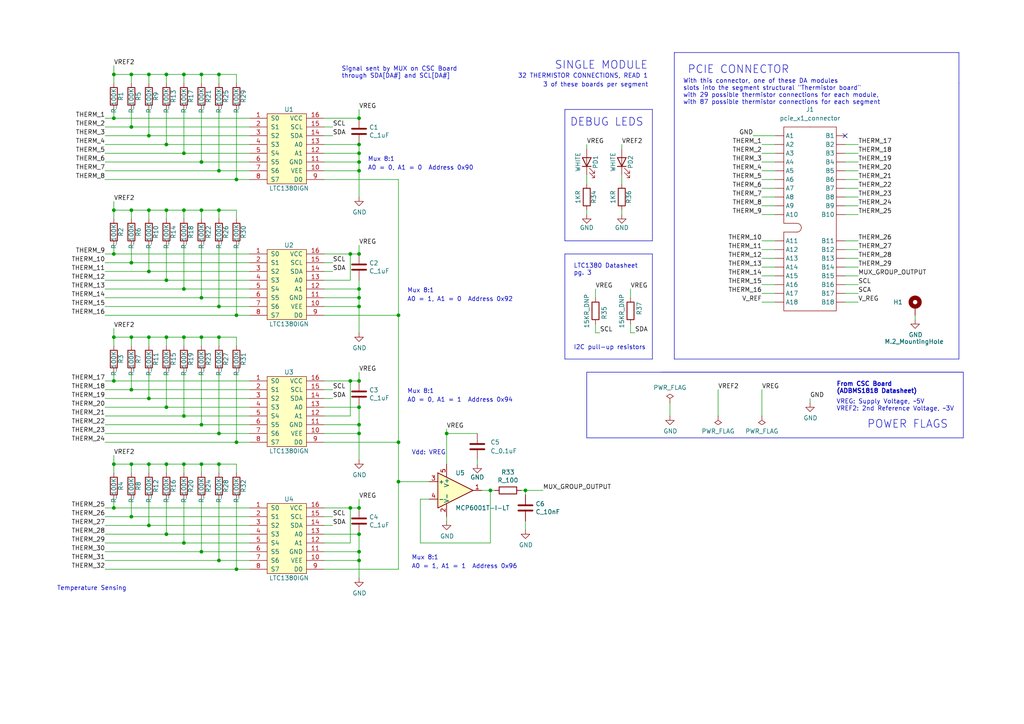
<source format=kicad_sch>
(kicad_sch (version 20230121) (generator eeschema)
  (paper "A4")
  (junction (at 43.18 60.96))
  (junction (at 38.1 21.59))
  (junction (at 104.14 123.19))
  (junction (at 104.14 73.66))
  (junction (at 53.34 21.59))
  (junction (at 33.02 60.96))
  (junction (at 101.6 110.49))
  (junction (at 104.14 147.32))
  (junction (at 38.1 60.96))
  (junction (at 48.26 21.59))
  (junction (at 53.34 44.45))
  (junction (at 38.1 149.86))
  (junction (at 104.14 83.82))
  (junction (at 115.57 139.7))
  (junction (at 104.14 34.29))
  (junction (at 63.5 125.73))
  (junction (at 58.42 123.19))
  (junction (at 43.18 39.37))
  (junction (at 43.18 134.62))
  (junction (at 63.5 60.96))
  (junction (at 63.5 134.62))
  (junction (at 48.26 154.94))
  (junction (at 63.5 49.53))
  (junction (at 58.42 21.59))
  (junction (at 104.14 118.11))
  (junction (at 104.14 125.73))
  (junction (at 63.5 88.9))
  (junction (at 33.02 110.49))
  (junction (at 48.26 81.28))
  (junction (at 104.14 41.91))
  (junction (at 115.57 91.44))
  (junction (at 43.18 21.59))
  (junction (at 38.1 76.2))
  (junction (at 53.34 83.82))
  (junction (at 63.5 162.56))
  (junction (at 104.14 88.9))
  (junction (at 104.14 110.49))
  (junction (at 104.14 86.36))
  (junction (at 33.02 134.62))
  (junction (at 38.1 97.79))
  (junction (at 104.14 44.45))
  (junction (at 63.5 21.59))
  (junction (at 101.6 73.66))
  (junction (at 68.58 91.44))
  (junction (at 58.42 46.99))
  (junction (at 48.26 118.11))
  (junction (at 33.02 73.66))
  (junction (at 104.14 160.02))
  (junction (at 142.24 142.24))
  (junction (at 38.1 134.62))
  (junction (at 48.26 41.91))
  (junction (at 104.14 154.94))
  (junction (at 33.02 97.79))
  (junction (at 58.42 86.36))
  (junction (at 129.54 125.73))
  (junction (at 104.14 162.56))
  (junction (at 68.58 128.27))
  (junction (at 33.02 21.59))
  (junction (at 58.42 60.96))
  (junction (at 152.4 142.24))
  (junction (at 53.34 97.79))
  (junction (at 53.34 60.96))
  (junction (at 53.34 157.48))
  (junction (at 33.02 34.29))
  (junction (at 68.58 52.07))
  (junction (at 58.42 134.62))
  (junction (at 38.1 113.03))
  (junction (at 53.34 120.65))
  (junction (at 58.42 97.79))
  (junction (at 68.58 165.1))
  (junction (at 53.34 134.62))
  (junction (at 43.18 97.79))
  (junction (at 104.14 46.99))
  (junction (at 43.18 115.57))
  (junction (at 43.18 78.74))
  (junction (at 48.26 97.79))
  (junction (at 115.57 128.27))
  (junction (at 58.42 160.02))
  (junction (at 48.26 60.96))
  (junction (at 38.1 36.83))
  (junction (at 48.26 134.62))
  (junction (at 43.18 152.4))
  (junction (at 63.5 97.79))
  (junction (at 101.6 147.32))
  (junction (at 33.02 147.32))
  (junction (at 104.14 49.53))
  (no_connect (at 245.11 39.37))
  (wire (pts (xy 33.02 34.29) (xy 72.39 34.29)))
  (wire (pts (xy 30.48 86.36) (xy 58.42 86.36)))
  (wire (pts (xy 220.98 80.01) (xy 224.79 80.01)))
  (wire (pts (xy 38.1 149.86) (xy 72.39 149.86)))
  (wire (pts (xy 38.1 60.96) (xy 33.02 60.96)))
  (wire (pts (xy 33.02 110.49) (xy 72.39 110.49)))
  (wire (pts (xy 43.18 115.57) (xy 30.48 115.57)))
  (wire (pts (xy 48.26 41.91) (xy 72.39 41.91)))
  (wire (pts (xy 93.98 83.82) (xy 104.14 83.82)))
  (wire (pts (xy 93.98 162.56) (xy 104.14 162.56)))
  (wire (pts (xy 38.1 36.83) (xy 72.39 36.83)))
  (wire (pts (xy 93.98 34.29) (xy 104.14 34.29)))
  (wire (pts (xy 43.18 60.96) (xy 43.18 63.5)))
  (wire (pts (xy 48.26 71.12) (xy 48.26 81.28)))
  (wire (pts (xy 43.18 107.95) (xy 43.18 115.57)))
  (wire (pts (xy 104.14 162.56) (xy 104.14 167.64)))
  (wire (pts (xy 30.48 123.19) (xy 58.42 123.19)))
  (polyline (pts (xy 195.58 15.24) (xy 278.13 15.24)))
  (wire (pts (xy 93.98 46.99) (xy 104.14 46.99)))
  (wire (pts (xy 58.42 97.79) (xy 53.34 97.79)))
  (wire (pts (xy 68.58 134.62) (xy 63.5 134.62)))
  (polyline (pts (xy 170.18 107.95) (xy 279.4 107.95)))
  (wire (pts (xy 30.48 46.99) (xy 58.42 46.99)))
  (wire (pts (xy 172.72 93.98) (xy 172.72 96.52)))
  (wire (pts (xy 104.14 83.82) (xy 104.14 86.36)))
  (wire (pts (xy 38.1 97.79) (xy 33.02 97.79)))
  (wire (pts (xy 93.98 157.48) (xy 101.6 157.48)))
  (wire (pts (xy 43.18 31.75) (xy 43.18 39.37)))
  (wire (pts (xy 53.34 157.48) (xy 30.48 157.48)))
  (wire (pts (xy 38.1 134.62) (xy 33.02 134.62)))
  (wire (pts (xy 53.34 107.95) (xy 53.34 120.65)))
  (wire (pts (xy 93.98 49.53) (xy 104.14 49.53)))
  (wire (pts (xy 30.48 81.28) (xy 48.26 81.28)))
  (wire (pts (xy 48.26 60.96) (xy 43.18 60.96)))
  (wire (pts (xy 58.42 160.02) (xy 72.39 160.02)))
  (wire (pts (xy 68.58 91.44) (xy 72.39 91.44)))
  (wire (pts (xy 38.1 134.62) (xy 38.1 137.16)))
  (wire (pts (xy 93.98 110.49) (xy 101.6 110.49)))
  (wire (pts (xy 93.98 120.65) (xy 101.6 120.65)))
  (wire (pts (xy 48.26 144.78) (xy 48.26 154.94)))
  (wire (pts (xy 104.14 49.53) (xy 104.14 57.15)))
  (wire (pts (xy 43.18 144.78) (xy 43.18 152.4)))
  (wire (pts (xy 63.5 162.56) (xy 30.48 162.56)))
  (wire (pts (xy 53.34 21.59) (xy 53.34 24.13)))
  (wire (pts (xy 33.02 107.95) (xy 33.02 110.49)))
  (wire (pts (xy 248.92 52.07) (xy 245.11 52.07)))
  (wire (pts (xy 53.34 97.79) (xy 53.34 100.33)))
  (wire (pts (xy 96.52 78.74) (xy 93.98 78.74)))
  (wire (pts (xy 68.58 24.13) (xy 68.58 21.59)))
  (wire (pts (xy 33.02 97.79) (xy 33.02 100.33)))
  (wire (pts (xy 220.98 41.91) (xy 224.79 41.91)))
  (wire (pts (xy 104.14 44.45) (xy 104.14 46.99)))
  (wire (pts (xy 172.72 83.82) (xy 172.72 86.36)))
  (wire (pts (xy 220.98 85.09) (xy 224.79 85.09)))
  (wire (pts (xy 68.58 52.07) (xy 72.39 52.07)))
  (wire (pts (xy 63.5 107.95) (xy 63.5 125.73)))
  (wire (pts (xy 96.52 39.37) (xy 93.98 39.37)))
  (wire (pts (xy 63.5 134.62) (xy 63.5 137.16)))
  (wire (pts (xy 104.14 86.36) (xy 104.14 88.9)))
  (wire (pts (xy 43.18 97.79) (xy 43.18 100.33)))
  (polyline (pts (xy 278.13 24.13) (xy 278.13 104.14)))
  (wire (pts (xy 93.98 88.9) (xy 104.14 88.9)))
  (wire (pts (xy 234.95 115.57) (xy 234.95 116.84)))
  (wire (pts (xy 93.98 36.83) (xy 96.52 36.83)))
  (polyline (pts (xy 279.4 107.95) (xy 191.77 107.95)))
  (wire (pts (xy 33.02 60.96) (xy 33.02 63.5)))
  (wire (pts (xy 38.1 107.95) (xy 38.1 113.03)))
  (wire (pts (xy 124.46 139.7) (xy 115.57 139.7)))
  (wire (pts (xy 33.02 73.66) (xy 72.39 73.66)))
  (wire (pts (xy 72.39 125.73) (xy 63.5 125.73)))
  (wire (pts (xy 30.48 147.32) (xy 33.02 147.32)))
  (wire (pts (xy 53.34 83.82) (xy 72.39 83.82)))
  (wire (pts (xy 63.5 134.62) (xy 58.42 134.62)))
  (polyline (pts (xy 278.13 104.14) (xy 195.58 104.14)))
  (wire (pts (xy 43.18 60.96) (xy 38.1 60.96)))
  (wire (pts (xy 152.4 151.13) (xy 152.4 153.67)))
  (wire (pts (xy 48.26 21.59) (xy 43.18 21.59)))
  (wire (pts (xy 104.14 88.9) (xy 104.14 96.52)))
  (wire (pts (xy 104.14 118.11) (xy 104.14 123.19)))
  (wire (pts (xy 68.58 21.59) (xy 63.5 21.59)))
  (polyline (pts (xy 170.18 107.95) (xy 170.18 127)))
  (wire (pts (xy 121.92 144.78) (xy 121.92 157.48)))
  (wire (pts (xy 220.98 44.45) (xy 224.79 44.45)))
  (wire (pts (xy 68.58 100.33) (xy 68.58 97.79)))
  (wire (pts (xy 38.1 71.12) (xy 38.1 76.2)))
  (wire (pts (xy 68.58 137.16) (xy 68.58 134.62)))
  (wire (pts (xy 58.42 46.99) (xy 72.39 46.99)))
  (wire (pts (xy 151.13 142.24) (xy 152.4 142.24)))
  (wire (pts (xy 58.42 86.36) (xy 72.39 86.36)))
  (wire (pts (xy 129.54 124.46) (xy 129.54 125.73)))
  (wire (pts (xy 58.42 71.12) (xy 58.42 86.36)))
  (wire (pts (xy 30.48 76.2) (xy 38.1 76.2)))
  (wire (pts (xy 68.58 71.12) (xy 68.58 91.44)))
  (wire (pts (xy 93.98 52.07) (xy 115.57 52.07)))
  (polyline (pts (xy 163.83 31.75) (xy 189.23 31.75)))
  (wire (pts (xy 38.1 21.59) (xy 33.02 21.59)))
  (polyline (pts (xy 163.83 31.75) (xy 163.83 69.85)))
  (wire (pts (xy 93.98 44.45) (xy 104.14 44.45)))
  (wire (pts (xy 38.1 76.2) (xy 72.39 76.2)))
  (wire (pts (xy 68.58 107.95) (xy 68.58 128.27)))
  (wire (pts (xy 104.14 71.12) (xy 104.14 73.66)))
  (wire (pts (xy 63.5 31.75) (xy 63.5 49.53)))
  (wire (pts (xy 93.98 149.86) (xy 96.52 149.86)))
  (wire (pts (xy 104.14 107.95) (xy 104.14 110.49)))
  (wire (pts (xy 68.58 97.79) (xy 63.5 97.79)))
  (wire (pts (xy 248.92 80.01) (xy 245.11 80.01)))
  (wire (pts (xy 48.26 134.62) (xy 43.18 134.62)))
  (wire (pts (xy 48.26 97.79) (xy 43.18 97.79)))
  (wire (pts (xy 58.42 134.62) (xy 58.42 137.16)))
  (wire (pts (xy 53.34 144.78) (xy 53.34 157.48)))
  (wire (pts (xy 248.92 72.39) (xy 245.11 72.39)))
  (wire (pts (xy 115.57 128.27) (xy 115.57 139.7)))
  (wire (pts (xy 220.98 52.07) (xy 224.79 52.07)))
  (wire (pts (xy 53.34 120.65) (xy 72.39 120.65)))
  (polyline (pts (xy 279.4 107.95) (xy 279.4 127)))
  (wire (pts (xy 72.39 78.74) (xy 43.18 78.74)))
  (wire (pts (xy 220.98 74.93) (xy 224.79 74.93)))
  (polyline (pts (xy 163.83 104.14) (xy 189.23 104.14)))
  (wire (pts (xy 53.34 21.59) (xy 48.26 21.59)))
  (wire (pts (xy 43.18 21.59) (xy 38.1 21.59)))
  (wire (pts (xy 63.5 21.59) (xy 63.5 24.13)))
  (wire (pts (xy 30.48 52.07) (xy 68.58 52.07)))
  (wire (pts (xy 220.98 57.15) (xy 224.79 57.15)))
  (wire (pts (xy 38.1 31.75) (xy 38.1 36.83)))
  (wire (pts (xy 30.48 34.29) (xy 33.02 34.29)))
  (wire (pts (xy 68.58 144.78) (xy 68.58 165.1)))
  (wire (pts (xy 30.48 41.91) (xy 48.26 41.91)))
  (wire (pts (xy 93.98 125.73) (xy 104.14 125.73)))
  (wire (pts (xy 220.98 62.23) (xy 224.79 62.23)))
  (wire (pts (xy 48.26 107.95) (xy 48.26 118.11)))
  (wire (pts (xy 152.4 142.24) (xy 152.4 143.51)))
  (wire (pts (xy 115.57 91.44) (xy 115.57 128.27)))
  (polyline (pts (xy 163.83 73.66) (xy 189.23 73.66)))
  (polyline (pts (xy 278.13 15.24) (xy 278.13 24.13)))
  (wire (pts (xy 72.39 115.57) (xy 43.18 115.57)))
  (wire (pts (xy 93.98 91.44) (xy 115.57 91.44)))
  (wire (pts (xy 30.48 91.44) (xy 68.58 91.44)))
  (wire (pts (xy 93.98 160.02) (xy 104.14 160.02)))
  (wire (pts (xy 72.39 39.37) (xy 43.18 39.37)))
  (wire (pts (xy 68.58 63.5) (xy 68.58 60.96)))
  (wire (pts (xy 142.24 157.48) (xy 142.24 142.24)))
  (wire (pts (xy 248.92 62.23) (xy 245.11 62.23)))
  (wire (pts (xy 248.92 59.69) (xy 245.11 59.69)))
  (wire (pts (xy 43.18 21.59) (xy 43.18 24.13)))
  (wire (pts (xy 96.52 115.57) (xy 93.98 115.57)))
  (wire (pts (xy 248.92 44.45) (xy 245.11 44.45)))
  (wire (pts (xy 33.02 144.78) (xy 33.02 147.32)))
  (wire (pts (xy 248.92 57.15) (xy 245.11 57.15)))
  (wire (pts (xy 129.54 149.86) (xy 129.54 151.13)))
  (wire (pts (xy 53.34 134.62) (xy 53.34 137.16)))
  (wire (pts (xy 30.48 165.1) (xy 68.58 165.1)))
  (wire (pts (xy 101.6 73.66) (xy 104.14 73.66)))
  (wire (pts (xy 194.31 116.84) (xy 194.31 120.65)))
  (wire (pts (xy 33.02 134.62) (xy 33.02 137.16)))
  (wire (pts (xy 104.14 46.99) (xy 104.14 49.53)))
  (wire (pts (xy 30.48 118.11) (xy 48.26 118.11)))
  (wire (pts (xy 53.34 44.45) (xy 30.48 44.45)))
  (wire (pts (xy 248.92 49.53) (xy 245.11 49.53)))
  (wire (pts (xy 68.58 128.27) (xy 72.39 128.27)))
  (wire (pts (xy 248.92 69.85) (xy 245.11 69.85)))
  (wire (pts (xy 63.5 60.96) (xy 63.5 63.5)))
  (wire (pts (xy 104.14 81.28) (xy 104.14 83.82)))
  (wire (pts (xy 104.14 125.73) (xy 104.14 133.35)))
  (wire (pts (xy 63.5 97.79) (xy 63.5 100.33)))
  (wire (pts (xy 101.6 73.66) (xy 101.6 81.28)))
  (wire (pts (xy 30.48 160.02) (xy 58.42 160.02)))
  (wire (pts (xy 58.42 123.19) (xy 72.39 123.19)))
  (wire (pts (xy 72.39 88.9) (xy 63.5 88.9)))
  (wire (pts (xy 142.24 142.24) (xy 139.7 142.24)))
  (wire (pts (xy 170.18 50.8) (xy 170.18 53.34)))
  (wire (pts (xy 58.42 97.79) (xy 58.42 100.33)))
  (wire (pts (xy 33.02 58.42) (xy 33.02 60.96)))
  (wire (pts (xy 33.02 21.59) (xy 33.02 24.13)))
  (wire (pts (xy 104.14 31.75) (xy 104.14 34.29)))
  (wire (pts (xy 101.6 81.28) (xy 93.98 81.28)))
  (wire (pts (xy 129.54 125.73) (xy 138.43 125.73)))
  (wire (pts (xy 104.14 41.91) (xy 93.98 41.91)))
  (wire (pts (xy 182.88 96.52) (xy 184.15 96.52)))
  (wire (pts (xy 93.98 73.66) (xy 101.6 73.66)))
  (wire (pts (xy 96.52 152.4) (xy 93.98 152.4)))
  (wire (pts (xy 43.18 134.62) (xy 43.18 137.16)))
  (wire (pts (xy 53.34 120.65) (xy 30.48 120.65)))
  (wire (pts (xy 208.28 120.65) (xy 208.28 113.03)))
  (wire (pts (xy 248.92 77.47) (xy 245.11 77.47)))
  (wire (pts (xy 248.92 87.63) (xy 245.11 87.63)))
  (wire (pts (xy 104.14 154.94) (xy 104.14 160.02)))
  (polyline (pts (xy 189.23 69.85) (xy 189.23 31.75)))
  (wire (pts (xy 53.34 31.75) (xy 53.34 44.45)))
  (wire (pts (xy 121.92 157.48) (xy 142.24 157.48)))
  (wire (pts (xy 248.92 85.09) (xy 245.11 85.09)))
  (wire (pts (xy 180.34 60.96) (xy 180.34 62.23)))
  (wire (pts (xy 248.92 54.61) (xy 245.11 54.61)))
  (wire (pts (xy 43.18 39.37) (xy 30.48 39.37)))
  (wire (pts (xy 30.48 73.66) (xy 33.02 73.66)))
  (wire (pts (xy 104.14 144.78) (xy 104.14 147.32)))
  (wire (pts (xy 38.1 144.78) (xy 38.1 149.86)))
  (wire (pts (xy 53.34 60.96) (xy 53.34 63.5)))
  (wire (pts (xy 53.34 97.79) (xy 48.26 97.79)))
  (wire (pts (xy 220.98 46.99) (xy 224.79 46.99)))
  (wire (pts (xy 173.99 96.52) (xy 172.72 96.52)))
  (wire (pts (xy 101.6 147.32) (xy 104.14 147.32)))
  (wire (pts (xy 33.02 147.32) (xy 72.39 147.32)))
  (polyline (pts (xy 163.83 73.66) (xy 163.83 104.14)))
  (wire (pts (xy 93.98 86.36) (xy 104.14 86.36)))
  (wire (pts (xy 182.88 93.98) (xy 182.88 96.52)))
  (wire (pts (xy 157.48 142.24) (xy 152.4 142.24)))
  (wire (pts (xy 101.6 120.65) (xy 101.6 110.49)))
  (wire (pts (xy 48.26 134.62) (xy 48.26 137.16)))
  (wire (pts (xy 138.43 134.62) (xy 138.43 133.35)))
  (wire (pts (xy 58.42 31.75) (xy 58.42 46.99)))
  (wire (pts (xy 220.98 59.69) (xy 224.79 59.69)))
  (wire (pts (xy 33.02 95.25) (xy 33.02 97.79)))
  (wire (pts (xy 101.6 110.49) (xy 104.14 110.49)))
  (wire (pts (xy 58.42 107.95) (xy 58.42 123.19)))
  (wire (pts (xy 58.42 60.96) (xy 58.42 63.5)))
  (wire (pts (xy 93.98 128.27) (xy 115.57 128.27)))
  (wire (pts (xy 72.39 49.53) (xy 63.5 49.53)))
  (polyline (pts (xy 195.58 104.14) (xy 195.58 15.24)))
  (wire (pts (xy 170.18 60.96) (xy 170.18 62.23)))
  (wire (pts (xy 93.98 147.32) (xy 101.6 147.32)))
  (wire (pts (xy 68.58 60.96) (xy 63.5 60.96)))
  (wire (pts (xy 53.34 60.96) (xy 48.26 60.96)))
  (wire (pts (xy 220.98 69.85) (xy 224.79 69.85)))
  (wire (pts (xy 58.42 134.62) (xy 53.34 134.62)))
  (wire (pts (xy 124.46 144.78) (xy 121.92 144.78)))
  (wire (pts (xy 170.18 41.91) (xy 170.18 43.18)))
  (wire (pts (xy 48.26 154.94) (xy 72.39 154.94)))
  (wire (pts (xy 129.54 125.73) (xy 129.54 134.62)))
  (wire (pts (xy 101.6 157.48) (xy 101.6 147.32)))
  (wire (pts (xy 220.98 49.53) (xy 224.79 49.53)))
  (wire (pts (xy 142.24 142.24) (xy 143.51 142.24)))
  (wire (pts (xy 48.26 60.96) (xy 48.26 63.5)))
  (wire (pts (xy 63.5 97.79) (xy 58.42 97.79)))
  (wire (pts (xy 43.18 97.79) (xy 38.1 97.79)))
  (wire (pts (xy 48.26 118.11) (xy 72.39 118.11)))
  (wire (pts (xy 48.26 21.59) (xy 48.26 24.13)))
  (wire (pts (xy 53.34 44.45) (xy 72.39 44.45)))
  (wire (pts (xy 30.48 128.27) (xy 68.58 128.27)))
  (wire (pts (xy 30.48 36.83) (xy 38.1 36.83)))
  (wire (pts (xy 43.18 78.74) (xy 30.48 78.74)))
  (wire (pts (xy 248.92 82.55) (xy 245.11 82.55)))
  (wire (pts (xy 48.26 31.75) (xy 48.26 41.91)))
  (wire (pts (xy 53.34 83.82) (xy 30.48 83.82)))
  (wire (pts (xy 30.48 154.94) (xy 48.26 154.94)))
  (wire (pts (xy 104.14 41.91) (xy 104.14 44.45)))
  (wire (pts (xy 265.43 92.71) (xy 265.43 91.44)))
  (wire (pts (xy 53.34 134.62) (xy 48.26 134.62)))
  (wire (pts (xy 33.02 71.12) (xy 33.02 73.66)))
  (wire (pts (xy 104.14 160.02) (xy 104.14 162.56)))
  (wire (pts (xy 53.34 157.48) (xy 72.39 157.48)))
  (wire (pts (xy 104.14 123.19) (xy 104.14 125.73)))
  (wire (pts (xy 33.02 19.05) (xy 33.02 21.59)))
  (wire (pts (xy 220.98 82.55) (xy 224.79 82.55)))
  (wire (pts (xy 93.98 76.2) (xy 96.52 76.2)))
  (wire (pts (xy 248.92 41.91) (xy 245.11 41.91)))
  (wire (pts (xy 220.98 72.39) (xy 224.79 72.39)))
  (wire (pts (xy 182.88 83.82) (xy 182.88 86.36)))
  (polyline (pts (xy 189.23 104.14) (xy 189.23 73.66)))
  (wire (pts (xy 48.26 81.28) (xy 72.39 81.28)))
  (wire (pts (xy 30.48 113.03) (xy 38.1 113.03)))
  (wire (pts (xy 48.26 97.79) (xy 48.26 100.33)))
  (wire (pts (xy 63.5 49.53) (xy 30.48 49.53)))
  (wire (pts (xy 63.5 125.73) (xy 30.48 125.73)))
  (wire (pts (xy 30.48 149.86) (xy 38.1 149.86)))
  (wire (pts (xy 220.98 87.63) (xy 224.79 87.63)))
  (wire (pts (xy 33.02 132.08) (xy 33.02 134.62)))
  (wire (pts (xy 53.34 71.12) (xy 53.34 83.82)))
  (wire (pts (xy 104.14 154.94) (xy 93.98 154.94)))
  (wire (pts (xy 115.57 139.7) (xy 115.57 165.1)))
  (wire (pts (xy 248.92 46.99) (xy 245.11 46.99)))
  (wire (pts (xy 38.1 60.96) (xy 38.1 63.5)))
  (wire (pts (xy 58.42 21.59) (xy 58.42 24.13)))
  (wire (pts (xy 68.58 31.75) (xy 68.58 52.07)))
  (wire (pts (xy 33.02 31.75) (xy 33.02 34.29)))
  (wire (pts (xy 115.57 52.07) (xy 115.57 91.44)))
  (wire (pts (xy 58.42 144.78) (xy 58.42 160.02)))
  (wire (pts (xy 72.39 162.56) (xy 63.5 162.56)))
  (wire (pts (xy 218.44 39.37) (xy 224.79 39.37)))
  (wire (pts (xy 68.58 165.1) (xy 72.39 165.1)))
  (wire (pts (xy 72.39 152.4) (xy 43.18 152.4)))
  (wire (pts (xy 58.42 60.96) (xy 53.34 60.96)))
  (wire (pts (xy 38.1 21.59) (xy 38.1 24.13)))
  (wire (pts (xy 43.18 71.12) (xy 43.18 78.74)))
  (wire (pts (xy 63.5 71.12) (xy 63.5 88.9)))
  (wire (pts (xy 180.34 41.91) (xy 180.34 43.18)))
  (wire (pts (xy 220.98 54.61) (xy 224.79 54.61)))
  (wire (pts (xy 93.98 113.03) (xy 96.52 113.03)))
  (wire (pts (xy 248.92 74.93) (xy 245.11 74.93)))
  (wire (pts (xy 93.98 165.1) (xy 115.57 165.1)))
  (wire (pts (xy 63.5 144.78) (xy 63.5 162.56)))
  (wire (pts (xy 63.5 21.59) (xy 58.42 21.59)))
  (polyline (pts (xy 279.4 127) (xy 170.18 127)))
  (wire (pts (xy 180.34 50.8) (xy 180.34 53.34)))
  (wire (pts (xy 93.98 123.19) (xy 104.14 123.19)))
  (wire (pts (xy 43.18 134.62) (xy 38.1 134.62)))
  (wire (pts (xy 63.5 88.9) (xy 30.48 88.9)))
  (wire (pts (xy 220.98 77.47) (xy 224.79 77.47)))
  (polyline (pts (xy 163.83 69.85) (xy 189.23 69.85)))
  (wire (pts (xy 104.14 118.11) (xy 93.98 118.11)))
  (wire (pts (xy 43.18 152.4) (xy 30.48 152.4)))
  (wire (pts (xy 38.1 97.79) (xy 38.1 100.33)))
  (wire (pts (xy 220.98 120.65) (xy 220.98 113.03)))
  (wire (pts (xy 58.42 21.59) (xy 53.34 21.59)))
  (wire (pts (xy 63.5 60.96) (xy 58.42 60.96)))
  (wire (pts (xy 30.48 110.49) (xy 33.02 110.49)))
  (wire (pts (xy 38.1 113.03) (xy 72.39 113.03)))
  (text "Mux 8:1" (at 118.11 114.3 0) (effects (font (size 1.27 1.27)) (justify left bottom)))
  (text "From CSC Board\n(ADBMS1818 Datasheet)" (at 242.57 114.3 0) (effects (font (size 1.27 1.27) (thickness 0.254) bold) (justify left bottom)))
  (text "Temperature Sensing" (at 16.51 171.45 0) (effects (font (size 1.27 1.27)) (justify left bottom)))
  (text "DEBUG LEDS" (at 186.69 36.83 0) (effects (font (size 2.2606 2.2606)) (justify right bottom)))
  (text "I2C pull-up resistors" (at 166.37 101.6 0) (effects (font (size 1.27 1.27)) (justify left bottom)))
  (text "Mux 8:1" (at 119.38 162.56 0) (effects (font (size 1.27 1.27)) (justify left bottom)))
  (text "Signal sent by MUX on CSC Board\nthrough SDA[DA#] and SCL[DA#]" (at 99.06 22.86 0) (effects (font (size 1.27 1.27)) (justify left bottom)))
  (text "Mux 8:1" (at 118.11 85.09 0) (effects (font (size 1.27 1.27)) (justify left bottom)))
  (text "VREG: Supply Voltage, ~5V\nVREF2: 2nd Reference Voltage, ~3V" (at 242.57 119.38 0) (effects (font (size 1.27 1.27)) (justify left bottom)))
  (text "LTC1380 Datasheet\npg. 3" (at 166.37 80.01 0) (effects (font (size 1.27 1.27)) (justify left bottom)))
  (text "Vdd: VREG" (at 119.38 132.08 0) (effects (font (size 1.27 1.27)) (justify left bottom)))
  (text "PCIE CONNECTOR" (at 199.39 21.59 0) (effects (font (size 2.2606 2.2606)) (justify left bottom)))
  (text "A0 = 1, A1 = 0  Address 0x92" (at 118.11 87.63 0) (effects (font (size 1.27 1.27)) (justify left bottom)))
  (text "A0 = 1, A1 = 1  Address 0x96" (at 119.38 165.1 0) (effects (font (size 1.27 1.27)) (justify left bottom)))
  (text "3 of these boards per segment" (at 157.48 25.4 0) (effects (font (size 1.27 1.27)) (justify left bottom)))
  (text "SINGLE MODULE" (at 187.96 20.32 0) (effects (font (size 2.2606 2.2606)) (justify right bottom)))
  (text "A0 = 0, A1 = 1  Address 0x94" (at 118.11 116.84 0) (effects (font (size 1.27 1.27)) (justify left bottom)))
  (text "A0 = 0, A1 = 0  Address 0x90" (at 106.68 49.53 0) (effects (font (size 1.27 1.27)) (justify left bottom)))
  (text "Mux 8:1" (at 106.68 46.99 0) (effects (font (size 1.27 1.27)) (justify left bottom)))
  (text "POWER FLAGS\n" (at 251.46 124.46 0) (effects (font (size 2.2606 2.2606)) (justify left bottom)))
  (text "32 THERMISTOR CONNECTIONS, READ 1" (at 187.96 22.86 0) (effects (font (size 1.27 1.27)) (justify right bottom)))
  (text "With this connector, one of these DA modules\nslots into the segment structural \"Thermistor board\"\nwith 29 possible thermistor connections for each module,\nwith 87 possible thermistor connections for each segment" (at 198.12 30.48 0) (effects (font (size 1.27 1.27)) (justify left bottom)))
  (label "VREG" (at 104.14 107.95 0))
  (label "SDA" (at 184.15 96.52 0))
  (label "VREF2" (at 33.02 58.42 0))
  (label "THERM_29" (at 248.92 77.47 0))
  (label "THERM_16" (at 220.98 85.09 180))
  (label "THERM_24" (at 30.48 128.27 180))
  (label "V_REF" (at 220.98 87.63 180))
  (label "THERM_29" (at 30.48 157.48 180))
  (label "THERM_19" (at 248.92 46.99 0))
  (label "GND" (at 218.44 39.37 180))
  (label "VREG" (at 129.54 124.46 0))
  (label "MUX_GROUP_OUTPUT" (at 248.92 80.01 0))
  (label "THERM_21" (at 30.48 120.65 180))
  (label "THERM_28" (at 30.48 154.94 180))
  (label "MUX_GROUP_OUTPUT" (at 157.48 142.24 0))
  (label "THERM_17" (at 30.48 110.49 180))
  (label "SCL" (at 173.99 96.52 0))
  (label "THERM_31" (at 30.48 162.56 180))
  (label "THERM_11" (at 30.48 78.74 180))
  (label "THERM_26" (at 248.92 69.85 0))
  (label "THERM_25" (at 30.48 147.32 180))
  (label "THERM_9" (at 220.98 62.23 180))
  (label "THERM_11" (at 220.98 72.39 180))
  (label "V_REG" (at 248.92 87.63 0))
  (label "THERM_21" (at 248.92 52.07 0))
  (label "THERM_6" (at 30.48 46.99 180))
  (label "THERM_15" (at 220.98 82.55 180))
  (label "THERM_24" (at 248.92 59.69 0))
  (label "THERM_5" (at 220.98 52.07 180))
  (label "THERM_20" (at 30.48 118.11 180))
  (label "VREF2" (at 33.02 95.25 0))
  (label "THERM_13" (at 30.48 83.82 180))
  (label "THERM_18" (at 30.48 113.03 180))
  (label "VREF2" (at 180.34 41.91 0))
  (label "THERM_12" (at 30.48 81.28 180))
  (label "THERM_18" (at 248.92 44.45 0))
  (label "THERM_3" (at 30.48 39.37 180))
  (label "THERM_16" (at 30.48 91.44 180))
  (label "VREG" (at 220.98 113.03 0))
  (label "THERM_2" (at 220.98 44.45 180))
  (label "THERM_32" (at 30.48 165.1 180))
  (label "THERM_26" (at 30.48 149.86 180))
  (label "THERM_23" (at 248.92 57.15 0))
  (label "THERM_1" (at 220.98 41.91 180))
  (label "THERM_27" (at 30.48 152.4 180))
  (label "THERM_9" (at 30.48 73.66 180))
  (label "VREF2" (at 208.28 113.03 0))
  (label "THERM_8" (at 220.98 59.69 180))
  (label "THERM_25" (at 248.92 62.23 0))
  (label "THERM_4" (at 220.98 49.53 180))
  (label "THERM_7" (at 30.48 49.53 180))
  (label "THERM_22" (at 248.92 54.61 0))
  (label "THERM_10" (at 220.98 69.85 180))
  (label "VREG" (at 104.14 71.12 0))
  (label "THERM_14" (at 220.98 80.01 180))
  (label "SCA" (at 248.92 85.09 0))
  (label "VREG" (at 104.14 31.75 0))
  (label "SDA" (at 96.52 152.4 0))
  (label "SCL" (at 248.92 82.55 0))
  (label "SCL" (at 96.52 149.86 0))
  (label "GND" (at 234.95 115.57 0))
  (label "THERM_2" (at 30.48 36.83 180))
  (label "THERM_23" (at 30.48 125.73 180))
  (label "VREG" (at 182.88 83.82 0))
  (label "THERM_28" (at 248.92 74.93 0))
  (label "SDA" (at 96.52 115.57 0))
  (label "THERM_20" (at 248.92 49.53 0))
  (label "VREF2" (at 33.02 19.05 0))
  (label "VREG" (at 170.18 41.91 0))
  (label "VREG" (at 104.14 144.78 0))
  (label "THERM_12" (at 220.98 74.93 180))
  (label "THERM_17" (at 248.92 41.91 0))
  (label "THERM_4" (at 30.48 41.91 180))
  (label "THERM_15" (at 30.48 88.9 180))
  (label "VREF2" (at 33.02 132.08 0))
  (label "VREG" (at 172.72 83.82 0))
  (label "SDA" (at 96.52 39.37 0))
  (label "SDA" (at 96.52 78.74 0))
  (label "THERM_13" (at 220.98 77.47 180))
  (label "THERM_30" (at 30.48 160.02 180))
  (label "THERM_6" (at 220.98 54.61 180))
  (label "THERM_8" (at 30.48 52.07 180))
  (label "THERM_1" (at 30.48 34.29 180))
  (label "THERM_10" (at 30.48 76.2 180))
  (label "THERM_7" (at 220.98 57.15 180))
  (label "THERM_19" (at 30.48 115.57 180))
  (label "SCL" (at 96.52 113.03 0))
  (label "THERM_14" (at 30.48 86.36 180))
  (label "SCL" (at 96.52 36.83 0))
  (label "THERM_22" (at 30.48 123.19 180))
  (label "THERM_3" (at 220.98 46.99 180))
  (label "SCL" (at 96.52 76.2 0))
  (label "THERM_5" (at 30.48 44.45 180))
  (label "THERM_27" (at 248.92 72.39 0))
  (symbol (lib_id "OEM:1KR") (at 170.18 57.15 0) (unit 1)
    (property "Reference" "R34" (at 172.212 57.15 90))
    (property "Value" "1KR" (at 167.64 57.15 90))
    (property "Footprint" "OEM:R_0603" (effects hide))
    (property "Datasheet" "${OEM_DIR}/parts/datasheets/stackpole_RMCF_RMCP.pdf" (effects hide))
    (property "MFN" "Stackpole Electronics" (effects hide))
    (property "MPN" "RMCF0603FT1K00" (effects hide))
    (property "DKPN" "RMCF0603FT1K00TR-ND" (effects hide))
    (property "NewDesigns" "YES" (effects hide))
    (property "Stocked" "Reel" (effects hide))
    (property "Package" "0603" (effects hide))
    (property "Style" "SMD" (effects hide))
  )
  (symbol (lib_name "100KR_3") (lib_id "OEM:100KR") (at 68.58 140.97 0) (unit 1)
    (property "Reference" "R32" (at 70.612 140.97 90))
    (property "Value" "R_100K" (at 68.58 142.24 90))
    (property "Footprint" "OEM:R_0603" (effects hide))
    (property "Datasheet" "${OEM_DIR}/parts/datasheets/stackpole_RMCF_RMCP.pdf" (effects hide))
    (property "MFN" "Stackpole Electronics" (effects hide))
    (property "MPN" "RMCF0603FT100K" (effects hide))
    (property "DKPN" "RMCF0603FT100KTR-ND" (effects hide))
    (property "NewDesigns" "YES" (effects hide))
    (property "Stocked" "Reel" (effects hide))
    (property "Package" "0603" (effects hide))
    (property "Style" "SMD" (effects hide))
  )
  (symbol (lib_id "OEM:1KR") (at 180.34 57.15 0) (unit 1)
    (property "Reference" "R36" (at 182.372 57.15 90))
    (property "Value" "1KR" (at 177.8 57.15 90))
    (property "Footprint" "OEM:R_0603" (effects hide))
    (property "Datasheet" "${OEM_DIR}/parts/datasheets/stackpole_RMCF_RMCP.pdf" (effects hide))
    (property "MFN" "Stackpole Electronics" (effects hide))
    (property "MPN" "RMCF0603FT1K00" (effects hide))
    (property "DKPN" "RMCF0603FT1K00TR-ND" (effects hide))
    (property "NewDesigns" "YES" (effects hide))
    (property "Stocked" "Reel" (effects hide))
    (property "Package" "0603" (effects hide))
    (property "Style" "SMD" (effects hide))
  )
  (symbol (lib_id "power:GND") (at 104.14 96.52 0) (unit 1)
    (property "Reference" "#PWR03" (effects hide))
    (property "Value" "GND" (at 104.267 100.9142 0))
  )
  (symbol (lib_id "OEM:10nF") (at 152.4 147.32 0) (unit 1)
    (property "Reference" "C6" (at 155.321 146.1516 0) (effects (justify left)))
    (property "Value" "C_10nF" (at 155.321 148.463 0) (effects (justify left)))
    (property "Footprint" "OEM:C_0603" (effects hide))
    (property "Datasheet" "${OEM_DIR}/parts/datasheets/samsung_CL10B103KB8NNNC.pdf" (effects hide))
    (property "MPN" "CL10B103KB8NNNC" (effects hide))
    (property "MFN" "Samsung Electro-Mechanics" (effects hide))
    (property "DKPN" "1276-1009-2-ND" (effects hide))
    (property "Package" "0603" (effects hide))
    (property "Stocked" "Reel" (effects hide))
    (property "NewDesigns" "YES" (effects hide))
    (property "Style" "SMD" (effects hide))
  )
  (symbol (lib_name "100KR_4") (lib_id "OEM:100KR") (at 53.34 104.14 0) (unit 1)
    (property "Reference" "R19" (at 55.372 104.14 90))
    (property "Value" "R_100K" (at 53.34 105.41 90))
    (property "Footprint" "OEM:R_0603" (effects hide))
    (property "Datasheet" "${OEM_DIR}/parts/datasheets/stackpole_RMCF_RMCP.pdf" (effects hide))
    (property "MFN" "Stackpole Electronics" (effects hide))
    (property "MPN" "RMCF0603FT100K" (effects hide))
    (property "DKPN" "RMCF0603FT100KTR-ND" (effects hide))
    (property "NewDesigns" "YES" (effects hide))
    (property "Stocked" "Reel" (effects hide))
    (property "Package" "0603" (effects hide))
    (property "Style" "SMD" (effects hide))
  )
  (symbol (lib_id "OEM:LED_WHITE") (at 170.18 46.99 90) (unit 1)
    (property "Reference" "PD1" (at 172.72 46.99 0))
    (property "Value" "WHITE" (at 167.64 46.99 0))
    (property "Footprint" "OEM:CHIPLED_0805" (effects hide))
    (property "Datasheet" "${OEM_DIR}/parts/datasheets/harvatek_B1701TW--20P000314U1930.pdf" (effects hide))
    (property "MFN" "Harvatek" (effects hide))
    (property "MPN" "B1701TW--20P000314U1930" (effects hide))
    (property "DKPN" "3147-B1701TW--20P000314U1930DKR-ND" (effects hide))
    (property "Package" "0805" (effects hide))
    (property "NewDesigns" "Yes" (effects hide))
    (property "Stocked" "Digi-Reel" (effects hide))
    (property "Style" "SMD" (effects hide))
  )
  (symbol (lib_name "100KR_3") (lib_id "OEM:100KR") (at 68.58 104.14 0) (unit 1)
    (property "Reference" "R31" (at 70.612 104.14 90))
    (property "Value" "R_100K" (at 68.58 105.41 90))
    (property "Footprint" "OEM:R_0603" (effects hide))
    (property "Datasheet" "${OEM_DIR}/parts/datasheets/stackpole_RMCF_RMCP.pdf" (effects hide))
    (property "MFN" "Stackpole Electronics" (effects hide))
    (property "MPN" "RMCF0603FT100K" (effects hide))
    (property "DKPN" "RMCF0603FT100KTR-ND" (effects hide))
    (property "NewDesigns" "YES" (effects hide))
    (property "Stocked" "Reel" (effects hide))
    (property "Package" "0603" (effects hide))
    (property "Style" "SMD" (effects hide))
  )
  (symbol (lib_id "OEM:1uF") (at 104.14 114.3 0) (unit 1)
    (property "Reference" "C3" (at 107.061 113.1316 0) (effects (justify left)))
    (property "Value" "C_1uF" (at 107.061 115.443 0) (effects (justify left)))
    (property "Footprint" "OEM:C_0603" (effects hide))
    (property "Datasheet" "https://media.digikey.com/pdf/Data%20Sheets/Samsung%20PDFs/CL10B105KA8NNNC_spec.pdf" (effects hide))
    (property "MFN" "Samsung Electro-Mechanics" (effects hide))
    (property "MPN" "CL10B105KA8NNNC" (effects hide))
    (property "DKPN" "1276-1184-2-ND" (effects hide))
    (property "Package" "0603" (effects hide))
    (property "Stocked" "Reel" (effects hide))
    (property "NewDesigns" "YES" (effects hide))
    (property "Style" "SMD" (effects hide))
  )
  (symbol (lib_id "power:GND") (at 104.14 57.15 0) (unit 1)
    (property "Reference" "#PWR02" (effects hide))
    (property "Value" "GND" (at 104.267 61.5442 0))
  )
  (symbol (lib_name "15KR_1") (lib_id "OEM:15KR") (at 172.72 90.17 180) (unit 1)
    (property "Reference" "R35" (at 175.26 92.71 90) (effects (justify right)))
    (property "Value" "15KR_DNP" (at 170.18 95.25 90) (effects (justify right)))
    (property "Footprint" "OEM:R_0603" (effects hide))
    (property "Datasheet" "http://www.passivecomponent.com/wp-content/uploads/chipR/ASC_WR.pdf" (effects hide))
    (property "MPN" "WR06X153 JTL" (effects hide))
    (property "MFN" "Walsin Technology" (effects hide))
    (property "DKPN" "1292-WR06X153JTLDKR-ND" (effects hide))
    (property "Package" "0603" (effects hide))
    (property "NewDesigns" "YES" (effects hide))
    (property "Stocked" "Digi-Reel" (effects hide))
    (property "Style" "SMD" (effects hide))
  )
  (symbol (lib_name "LTC1380IGN_2") (lib_id "OEM:LTC1380IGN") (at 83.82 156.21 0) (unit 1)
    (property "Reference" "U4" (at 83.82 144.78 0))
    (property "Value" "LTC1380IGN" (at 83.82 167.64 0))
    (property "Footprint" "Package_SO:SSOP-16_3.9x4.9mm_P0.635mm" (effects hide))
    (property "Datasheet" "https://www.analog.com/media/en/technical-documentation/data-sheets/138093f.pdf" (effects hide))
    (property "MFN" "Analog Devices" (effects hide))
    (property "MPN" "LTC1380xGN" (effects hide))
    (property "DKPN" "LTC1380IGN#TRPBFCT-ND" (effects hide))
    (property "NewDesigns" "CHECK STOCK FIRST" (effects hide))
    (property "Stocked" "NO" (effects hide))
    (property "Package" "SSOP-16 (GN)" (effects hide))
    (property "Style" "SMD" (effects hide))
  )
  (symbol (lib_id "power:GND") (at 265.43 92.71 0) (unit 1)
    (property "Reference" "#PWR012" (effects hide))
    (property "Value" "GND" (at 265.557 97.1042 0))
  )
  (symbol (lib_name "100KR_14") (lib_id "OEM:100KR") (at 43.18 67.31 0) (unit 1)
    (property "Reference" "R10" (at 45.212 67.31 90))
    (property "Value" "R_100K" (at 43.18 68.58 90))
    (property "Footprint" "OEM:R_0603" (effects hide))
    (property "Datasheet" "${OEM_DIR}/parts/datasheets/stackpole_RMCF_RMCP.pdf" (effects hide))
    (property "MFN" "Stackpole Electronics" (effects hide))
    (property "MPN" "RMCF0603FT100K" (effects hide))
    (property "DKPN" "RMCF0603FT100KTR-ND" (effects hide))
    (property "NewDesigns" "YES" (effects hide))
    (property "Stocked" "Reel" (effects hide))
    (property "Package" "0603" (effects hide))
    (property "Style" "SMD" (effects hide))
  )
  (symbol (lib_name "100KR_23") (lib_id "OEM:100KR") (at 63.5 27.94 0) (unit 1)
    (property "Reference" "R25" (at 65.532 27.94 90))
    (property "Value" "R_100K" (at 63.5 29.21 90))
    (property "Footprint" "OEM:R_0603" (effects hide))
    (property "Datasheet" "${OEM_DIR}/parts/datasheets/stackpole_RMCF_RMCP.pdf" (effects hide))
    (property "MFN" "Stackpole Electronics" (effects hide))
    (property "MPN" "RMCF0603FT100K" (effects hide))
    (property "DKPN" "RMCF0603FT100KTR-ND" (effects hide))
    (property "NewDesigns" "YES" (effects hide))
    (property "Stocked" "Reel" (effects hide))
    (property "Package" "0603" (effects hide))
    (property "Style" "SMD" (effects hide))
  )
  (symbol (lib_name "100KR_2") (lib_id "OEM:100KR") (at 63.5 140.97 0) (unit 1)
    (property "Reference" "R28" (at 65.532 140.97 90))
    (property "Value" "R_100K" (at 63.5 142.24 90))
    (property "Footprint" "OEM:R_0603" (effects hide))
    (property "Datasheet" "${OEM_DIR}/parts/datasheets/stackpole_RMCF_RMCP.pdf" (effects hide))
    (property "MFN" "Stackpole Electronics" (effects hide))
    (property "MPN" "RMCF0603FT100K" (effects hide))
    (property "DKPN" "RMCF0603FT100KTR-ND" (effects hide))
    (property "NewDesigns" "YES" (effects hide))
    (property "Stocked" "Reel" (effects hide))
    (property "Package" "0603" (effects hide))
    (property "Style" "SMD" (effects hide))
  )
  (symbol (lib_id "power:GND") (at 104.14 133.35 0) (unit 1)
    (property "Reference" "#PWR04" (effects hide))
    (property "Value" "GND" (at 104.267 137.7442 0))
  )
  (symbol (lib_name "100KR_16") (lib_id "OEM:100KR") (at 38.1 67.31 0) (unit 1)
    (property "Reference" "R6" (at 40.132 67.31 90))
    (property "Value" "R_100K" (at 38.1 68.58 90))
    (property "Footprint" "OEM:R_0603" (effects hide))
    (property "Datasheet" "${OEM_DIR}/parts/datasheets/stackpole_RMCF_RMCP.pdf" (effects hide))
    (property "MFN" "Stackpole Electronics" (effects hide))
    (property "MPN" "RMCF0603FT100K" (effects hide))
    (property "DKPN" "RMCF0603FT100KTR-ND" (effects hide))
    (property "NewDesigns" "YES" (effects hide))
    (property "Stocked" "Reel" (effects hide))
    (property "Package" "0603" (effects hide))
    (property "Style" "SMD" (effects hide))
  )
  (symbol (lib_id "power:PWR_FLAG") (at 220.98 120.65 180) (unit 1)
    (property "Reference" "#FLG03" (effects hide))
    (property "Value" "PWR_FLAG" (at 220.98 125.0696 0))
  )
  (symbol (lib_id "power:GND") (at 104.14 167.64 0) (unit 1)
    (property "Reference" "#PWR05" (effects hide))
    (property "Value" "GND" (at 104.267 172.0342 0))
  )
  (symbol (lib_id "OEM:MCP6001") (at 132.08 142.24 0) (unit 1)
    (property "Reference" "U5" (at 132.08 137.16 0) (effects (justify left)))
    (property "Value" "MCP6001T-I-LT" (at 132.08 147.32 0) (effects (justify left)))
    (property "Footprint" "Package_TO_SOT_SMD:SOT-353_SC-70-5" (effects hide))
    (property "Datasheet" "${OEM_DIR}/parts/datasheets/microchip_MCP600XX.pdf" (effects hide))
    (property "MFN" "Microchip" (effects hide))
    (property "MPN" "MCP6001T-I/OT" (effects hide))
    (property "DKPN" "MCP6001T-I/OTCT-ND" (effects hide))
    (property "Package" "SC-70-5" (effects hide))
    (property "NewDesigns" "YES" (effects hide))
    (property "Stocked" "Tape" (effects hide))
    (property "Style" "SMD" (effects hide))
  )
  (symbol (lib_name "100KR_10") (lib_id "OEM:100KR") (at 58.42 67.31 0) (unit 1)
    (property "Reference" "R22" (at 60.452 67.31 90))
    (property "Value" "R_100K" (at 58.42 68.58 90))
    (property "Footprint" "OEM:R_0603" (effects hide))
    (property "Datasheet" "${OEM_DIR}/parts/datasheets/stackpole_RMCF_RMCP.pdf" (effects hide))
    (property "MFN" "Stackpole Electronics" (effects hide))
    (property "MPN" "RMCF0603FT100K" (effects hide))
    (property "DKPN" "RMCF0603FT100KTR-ND" (effects hide))
    (property "NewDesigns" "YES" (effects hide))
    (property "Stocked" "Reel" (effects hide))
    (property "Package" "0603" (effects hide))
    (property "Style" "SMD" (effects hide))
  )
  (symbol (lib_id "OEM:0u1F") (at 138.43 129.54 0) (unit 1)
    (property "Reference" "C5" (at 142.24 128.27 0) (effects (justify left)))
    (property "Value" "C_0.1uF" (at 142.24 130.81 0) (effects (justify left)))
    (property "Footprint" "OEM:C_0603" (effects hide))
    (property "Datasheet" "${OEM_DIR}/parts/datasheets/samsung_CL10B104KB8NNWC.pdf" (effects hide))
    (property "MFN" "Samsung Electro-Mechanics" (effects hide))
    (property "MPN" "CL10B104KB8NNWC" (effects hide))
    (property "DKPN" "1276-1935-2-ND" (effects hide))
    (property "Package" "0603" (effects hide))
    (property "Stocked" "Reel" (effects hide))
    (property "NewDesigns" "YES" (effects hide))
    (property "Style" "SMD" (effects hide))
  )
  (symbol (lib_id "power:GND") (at 180.34 62.23 0) (unit 1)
    (property "Reference" "#PWR011" (effects hide))
    (property "Value" "GND" (at 180.34 66.04 0))
  )
  (symbol (lib_id "power:GND") (at 234.95 116.84 0) (unit 1)
    (property "Reference" "#PWR06" (effects hide))
    (property "Value" "GND" (at 235.077 121.2342 0))
  )
  (symbol (lib_name "100KR_15") (lib_id "OEM:100KR") (at 33.02 67.31 0) (unit 1)
    (property "Reference" "R2" (at 35.052 67.31 90))
    (property "Value" "R_100K" (at 33.02 68.58 90))
    (property "Footprint" "OEM:R_0603" (effects hide))
    (property "Datasheet" "${OEM_DIR}/parts/datasheets/stackpole_RMCF_RMCP.pdf" (effects hide))
    (property "MFN" "Stackpole Electronics" (effects hide))
    (property "MPN" "RMCF0603FT100K" (effects hide))
    (property "DKPN" "RMCF0603FT100KTR-ND" (effects hide))
    (property "NewDesigns" "YES" (effects hide))
    (property "Stocked" "Reel" (effects hide))
    (property "Package" "0603" (effects hide))
    (property "Style" "SMD" (effects hide))
  )
  (symbol (lib_name "LTC1380IGN_1") (lib_id "OEM:LTC1380IGN") (at 83.82 82.55 0) (unit 1)
    (property "Reference" "U2" (at 83.82 71.12 0))
    (property "Value" "LTC1380IGN" (at 83.82 93.98 0))
    (property "Footprint" "Package_SO:SSOP-16_3.9x4.9mm_P0.635mm" (effects hide))
    (property "Datasheet" "https://www.analog.com/media/en/technical-documentation/data-sheets/138093f.pdf" (effects hide))
    (property "MFN" "Analog Devices" (effects hide))
    (property "MPN" "LTC1380xGN" (effects hide))
    (property "DKPN" "LTC1380IGN#TRPBFCT-ND" (effects hide))
    (property "NewDesigns" "CHECK STOCK FIRST" (effects hide))
    (property "Stocked" "NO" (effects hide))
    (property "Package" "SSOP-16 (GN)" (effects hide))
    (property "Style" "SMD" (effects hide))
  )
  (symbol (lib_name "1uF_2") (lib_id "OEM:1uF") (at 104.14 77.47 0) (unit 1)
    (property "Reference" "C2" (at 107.061 76.3016 0) (effects (justify left)))
    (property "Value" "C_1uF" (at 107.061 78.613 0) (effects (justify left)))
    (property "Footprint" "OEM:C_0603" (effects hide))
    (property "Datasheet" "https://media.digikey.com/pdf/Data%20Sheets/Samsung%20PDFs/CL10B105KA8NNNC_spec.pdf" (effects hide))
    (property "MFN" "Samsung Electro-Mechanics" (effects hide))
    (property "MPN" "CL10B105KA8NNNC" (effects hide))
    (property "DKPN" "1276-1184-2-ND" (effects hide))
    (property "Package" "0603" (effects hide))
    (property "Stocked" "Reel" (effects hide))
    (property "NewDesigns" "YES" (effects hide))
    (property "Style" "SMD" (effects hide))
  )
  (symbol (lib_id "power:GND") (at 194.31 120.65 0) (unit 1)
    (property "Reference" "#PWR01" (effects hide))
    (property "Value" "GND" (at 194.437 125.0442 0))
  )
  (symbol (lib_name "100KR_17") (lib_id "OEM:100KR") (at 33.02 27.94 0) (unit 1)
    (property "Reference" "R1" (at 35.052 27.94 90))
    (property "Value" "R_100K" (at 33.02 29.21 90))
    (property "Footprint" "OEM:R_0603" (effects hide))
    (property "Datasheet" "${OEM_DIR}/parts/datasheets/stackpole_RMCF_RMCP.pdf" (effects hide))
    (property "MFN" "Stackpole Electronics" (effects hide))
    (property "MPN" "RMCF0603FT100K" (effects hide))
    (property "DKPN" "RMCF0603FT100KTR-ND" (effects hide))
    (property "NewDesigns" "YES" (effects hide))
    (property "Stocked" "Reel" (effects hide))
    (property "Package" "0603" (effects hide))
    (property "Style" "SMD" (effects hide))
  )
  (symbol (lib_id "power:GND") (at 129.54 151.13 0) (unit 1)
    (property "Reference" "#PWR07" (effects hide))
    (property "Value" "GND" (at 129.667 155.5242 0))
  )
  (symbol (lib_id "power:PWR_FLAG") (at 194.31 116.84 0) (unit 1)
    (property "Reference" "#FLG01" (effects hide))
    (property "Value" "PWR_FLAG" (at 194.31 112.4204 0))
  )
  (symbol (lib_name "100KR_5") (lib_id "OEM:100KR") (at 33.02 104.14 0) (unit 1)
    (property "Reference" "R3" (at 35.052 104.14 90))
    (property "Value" "R_100K" (at 33.02 105.41 90))
    (property "Footprint" "OEM:R_0603" (effects hide))
    (property "Datasheet" "${OEM_DIR}/parts/datasheets/stackpole_RMCF_RMCP.pdf" (effects hide))
    (property "MFN" "Stackpole Electronics" (effects hide))
    (property "MPN" "RMCF0603FT100K" (effects hide))
    (property "DKPN" "RMCF0603FT100KTR-ND" (effects hide))
    (property "NewDesigns" "YES" (effects hide))
    (property "Stocked" "Reel" (effects hide))
    (property "Package" "0603" (effects hide))
    (property "Style" "SMD" (effects hide))
  )
  (symbol (lib_id "OEM:LTC1380IGN") (at 83.82 43.18 0) (unit 1)
    (property "Reference" "U1" (at 83.82 31.75 0))
    (property "Value" "LTC1380IGN" (at 83.82 54.61 0))
    (property "Footprint" "Package_SO:SSOP-16_3.9x4.9mm_P0.635mm" (effects hide))
    (property "Datasheet" "https://www.analog.com/media/en/technical-documentation/data-sheets/138093f.pdf" (effects hide))
    (property "MFN" "Analog Devices" (effects hide))
    (property "MPN" "LTC1380xGN" (effects hide))
    (property "DKPN" "LTC1380IGN#TRPBFCT-ND" (effects hide))
    (property "NewDesigns" "CHECK STOCK FIRST" (effects hide))
    (property "Stocked" "NO" (effects hide))
    (property "Package" "SSOP-16 (GN)" (effects hide))
    (property "Style" "SMD" (effects hide))
  )
  (symbol (lib_name "100KR_22") (lib_id "OEM:100KR") (at 43.18 27.94 0) (unit 1)
    (property "Reference" "R9" (at 45.212 27.94 90))
    (property "Value" "R_100K" (at 43.18 29.21 90))
    (property "Footprint" "OEM:R_0603" (effects hide))
    (property "Datasheet" "${OEM_DIR}/parts/datasheets/stackpole_RMCF_RMCP.pdf" (effects hide))
    (property "MFN" "Stackpole Electronics" (effects hide))
    (property "MPN" "RMCF0603FT100K" (effects hide))
    (property "DKPN" "RMCF0603FT100KTR-ND" (effects hide))
    (property "NewDesigns" "YES" (effects hide))
    (property "Stocked" "Reel" (effects hide))
    (property "Package" "0603" (effects hide))
    (property "Style" "SMD" (effects hide))
  )
  (symbol (lib_name "LTC1380IGN_2") (lib_id "OEM:LTC1380IGN") (at 83.82 119.38 0) (unit 1)
    (property "Reference" "U3" (at 83.82 107.95 0))
    (property "Value" "LTC1380IGN" (at 83.82 130.81 0))
    (property "Footprint" "Package_SO:SSOP-16_3.9x4.9mm_P0.635mm" (effects hide))
    (property "Datasheet" "https://www.analog.com/media/en/technical-documentation/data-sheets/138093f.pdf" (effects hide))
    (property "MFN" "Analog Devices" (effects hide))
    (property "MPN" "LTC1380xGN" (effects hide))
    (property "DKPN" "LTC1380IGN#TRPBFCT-ND" (effects hide))
    (property "NewDesigns" "CHECK STOCK FIRST" (effects hide))
    (property "Stocked" "NO" (effects hide))
    (property "Package" "SSOP-16 (GN)" (effects hide))
    (property "Style" "SMD" (effects hide))
  )
  (symbol (lib_name "100KR_8") (lib_id "OEM:100KR") (at 38.1 140.97 0) (unit 1)
    (property "Reference" "R8" (at 40.132 140.97 90))
    (property "Value" "R_100K" (at 38.1 142.24 90))
    (property "Footprint" "OEM:R_0603" (effects hide))
    (property "Datasheet" "${OEM_DIR}/parts/datasheets/stackpole_RMCF_RMCP.pdf" (effects hide))
    (property "MFN" "Stackpole Electronics" (effects hide))
    (property "MPN" "RMCF0603FT100K" (effects hide))
    (property "DKPN" "RMCF0603FT100KTR-ND" (effects hide))
    (property "NewDesigns" "YES" (effects hide))
    (property "Stocked" "Reel" (effects hide))
    (property "Package" "0603" (effects hide))
    (property "Style" "SMD" (effects hide))
  )
  (symbol (lib_id "formula:pcie_x1_connector") (at 234.95 48.26 0) (unit 1)
    (property "Reference" "J1" (at 234.95 31.75 0))
    (property "Value" "pcie_x1_connector" (at 234.95 34.29 0))
    (property "Footprint" "Connector_PCBEdge:BUS_PCIexpress_x1" (effects hide))
  )
  (symbol (lib_name "100KR_13") (lib_id "OEM:100KR") (at 53.34 67.31 0) (unit 1)
    (property "Reference" "R18" (at 55.372 67.31 90))
    (property "Value" "R_100K" (at 53.34 68.58 90))
    (property "Footprint" "OEM:R_0603" (effects hide))
    (property "Datasheet" "${OEM_DIR}/parts/datasheets/stackpole_RMCF_RMCP.pdf" (effects hide))
    (property "MFN" "Stackpole Electronics" (effects hide))
    (property "MPN" "RMCF0603FT100K" (effects hide))
    (property "DKPN" "RMCF0603FT100KTR-ND" (effects hide))
    (property "NewDesigns" "YES" (effects hide))
    (property "Stocked" "Reel" (effects hide))
    (property "Package" "0603" (effects hide))
    (property "Style" "SMD" (effects hide))
  )
  (symbol (lib_name "1uF_1") (lib_id "OEM:1uF") (at 104.14 38.1 0) (unit 1)
    (property "Reference" "C1" (at 107.061 36.9316 0) (effects (justify left)))
    (property "Value" "C_1uF" (at 107.061 39.243 0) (effects (justify left)))
    (property "Footprint" "OEM:C_0603" (effects hide))
    (property "Datasheet" "https://media.digikey.com/pdf/Data%20Sheets/Samsung%20PDFs/CL10B105KA8NNNC_spec.pdf" (effects hide))
    (property "MFN" "Samsung Electro-Mechanics" (effects hide))
    (property "MPN" "CL10B105KA8NNNC" (effects hide))
    (property "DKPN" "1276-1184-2-ND" (effects hide))
    (property "Package" "0603" (effects hide))
    (property "Stocked" "Reel" (effects hide))
    (property "NewDesigns" "YES" (effects hide))
    (property "Style" "SMD" (effects hide))
  )
  (symbol (lib_id "OEM:15KR") (at 182.88 90.17 180) (unit 1)
    (property "Reference" "R37" (at 185.42 91.44 90) (effects (justify right)))
    (property "Value" "15KR_DNP" (at 180.34 95.25 90) (effects (justify right)))
    (property "Footprint" "OEM:R_0603" (effects hide))
    (property "Datasheet" "http://www.passivecomponent.com/wp-content/uploads/chipR/ASC_WR.pdf" (effects hide))
    (property "MPN" "WR06X153 JTL" (effects hide))
    (property "MFN" "Walsin Technology" (effects hide))
    (property "DKPN" "1292-WR06X153JTLDKR-ND" (effects hide))
    (property "Package" "0603" (effects hide))
    (property "NewDesigns" "YES" (effects hide))
    (property "Stocked" "Digi-Reel" (effects hide))
    (property "Style" "SMD" (effects hide))
  )
  (symbol (lib_name "100KR_4") (lib_id "OEM:100KR") (at 53.34 140.97 0) (unit 1)
    (property "Reference" "R20" (at 55.372 140.97 90))
    (property "Value" "R_100K" (at 53.34 142.24 90))
    (property "Footprint" "OEM:R_0603" (effects hide))
    (property "Datasheet" "${OEM_DIR}/parts/datasheets/stackpole_RMCF_RMCP.pdf" (effects hide))
    (property "MFN" "Stackpole Electronics" (effects hide))
    (property "MPN" "RMCF0603FT100K" (effects hide))
    (property "DKPN" "RMCF0603FT100KTR-ND" (effects hide))
    (property "NewDesigns" "YES" (effects hide))
    (property "Stocked" "Reel" (effects hide))
    (property "Package" "0603" (effects hide))
    (property "Style" "SMD" (effects hide))
  )
  (symbol (lib_name "100KR_6") (lib_id "OEM:100KR") (at 43.18 140.97 0) (unit 1)
    (property "Reference" "R12" (at 45.212 140.97 90))
    (property "Value" "R_100K" (at 43.18 142.24 90))
    (property "Footprint" "OEM:R_0603" (effects hide))
    (property "Datasheet" "${OEM_DIR}/parts/datasheets/stackpole_RMCF_RMCP.pdf" (effects hide))
    (property "MFN" "Stackpole Electronics" (effects hide))
    (property "MPN" "RMCF0603FT100K" (effects hide))
    (property "DKPN" "RMCF0603FT100KTR-ND" (effects hide))
    (property "NewDesigns" "YES" (effects hide))
    (property "Stocked" "Reel" (effects hide))
    (property "Package" "0603" (effects hide))
    (property "Style" "SMD" (effects hide))
  )
  (symbol (lib_id "OEM:LED_WHITE") (at 180.34 46.99 90) (unit 1)
    (property "Reference" "PD2" (at 182.88 46.99 0))
    (property "Value" "WHITE" (at 177.8 46.99 0))
    (property "Footprint" "OEM:CHIPLED_0805" (effects hide))
    (property "Datasheet" "${OEM_DIR}/parts/datasheets/harvatek_B1701TW--20P000314U1930.pdf" (effects hide))
    (property "MFN" "Harvatek" (effects hide))
    (property "MPN" "B1701TW--20P000314U1930" (effects hide))
    (property "DKPN" "3147-B1701TW--20P000314U1930DKR-ND" (effects hide))
    (property "Package" "0805" (effects hide))
    (property "NewDesigns" "Yes" (effects hide))
    (property "Stocked" "Digi-Reel" (effects hide))
    (property "Style" "SMD" (effects hide))
  )
  (symbol (lib_name "100KR_20") (lib_id "OEM:100KR") (at 53.34 27.94 0) (unit 1)
    (property "Reference" "R17" (at 55.372 27.94 90))
    (property "Value" "R_100K" (at 53.34 29.21 90))
    (property "Footprint" "OEM:R_0603" (effects hide))
    (property "Datasheet" "${OEM_DIR}/parts/datasheets/stackpole_RMCF_RMCP.pdf" (effects hide))
    (property "MFN" "Stackpole Electronics" (effects hide))
    (property "MPN" "RMCF0603FT100K" (effects hide))
    (property "DKPN" "RMCF0603FT100KTR-ND" (effects hide))
    (property "NewDesigns" "YES" (effects hide))
    (property "Stocked" "Reel" (effects hide))
    (property "Package" "0603" (effects hide))
    (property "Style" "SMD" (effects hide))
  )
  (symbol (lib_name "100KR_1") (lib_id "OEM:100KR") (at 58.42 104.14 0) (unit 1)
    (property "Reference" "R23" (at 60.452 104.14 90))
    (property "Value" "R_100K" (at 58.42 105.41 90))
    (property "Footprint" "OEM:R_0603" (effects hide))
    (property "Datasheet" "${OEM_DIR}/parts/datasheets/stackpole_RMCF_RMCP.pdf" (effects hide))
    (property "MFN" "Stackpole Electronics" (effects hide))
    (property "MPN" "RMCF0603FT100K" (effects hide))
    (property "DKPN" "RMCF0603FT100KTR-ND" (effects hide))
    (property "NewDesigns" "YES" (effects hide))
    (property "Stocked" "Reel" (effects hide))
    (property "Package" "0603" (effects hide))
    (property "Style" "SMD" (effects hide))
  )
  (symbol (lib_id "power:PWR_FLAG") (at 208.28 120.65 180) (unit 1)
    (property "Reference" "#FLG02" (effects hide))
    (property "Value" "PWR_FLAG" (at 208.28 125.0696 0))
  )
  (symbol (lib_name "100KR_21") (lib_id "OEM:100KR") (at 48.26 27.94 0) (unit 1)
    (property "Reference" "R13" (at 50.292 27.94 90))
    (property "Value" "R_100K" (at 48.26 29.21 90))
    (property "Footprint" "OEM:R_0603" (effects hide))
    (property "Datasheet" "${OEM_DIR}/parts/datasheets/stackpole_RMCF_RMCP.pdf" (effects hide))
    (property "MFN" "Stackpole Electronics" (effects hide))
    (property "MPN" "RMCF0603FT100K" (effects hide))
    (property "DKPN" "RMCF0603FT100KTR-ND" (effects hide))
    (property "NewDesigns" "YES" (effects hide))
    (property "Stocked" "Reel" (effects hide))
    (property "Package" "0603" (effects hide))
    (property "Style" "SMD" (effects hide))
  )
  (symbol (lib_name "100KR_7") (lib_id "OEM:100KR") (at 48.26 104.14 0) (unit 1)
    (property "Reference" "R15" (at 50.292 104.14 90))
    (property "Value" "R_100K" (at 48.26 105.41 90))
    (property "Footprint" "OEM:R_0603" (effects hide))
    (property "Datasheet" "${OEM_DIR}/parts/datasheets/stackpole_RMCF_RMCP.pdf" (effects hide))
    (property "MFN" "Stackpole Electronics" (effects hide))
    (property "MPN" "RMCF0603FT100K" (effects hide))
    (property "DKPN" "RMCF0603FT100KTR-ND" (effects hide))
    (property "NewDesigns" "YES" (effects hide))
    (property "Stocked" "Reel" (effects hide))
    (property "Package" "0603" (effects hide))
    (property "Style" "SMD" (effects hide))
  )
  (symbol (lib_id "OEM:100KR") (at 68.58 27.94 0) (unit 1)
    (property "Reference" "R29" (at 70.612 27.94 90))
    (property "Value" "R_100K" (at 68.58 29.21 90))
    (property "Footprint" "OEM:R_0603" (effects hide))
    (property "Datasheet" "${OEM_DIR}/parts/datasheets/stackpole_RMCF_RMCP.pdf" (effects hide))
    (property "MFN" "Stackpole Electronics" (effects hide))
    (property "MPN" "RMCF0603FT100K" (effects hide))
    (property "DKPN" "RMCF0603FT100KTR-ND" (effects hide))
    (property "NewDesigns" "YES" (effects hide))
    (property "Stocked" "Reel" (effects hide))
    (property "Package" "0603" (effects hide))
    (property "Style" "SMD" (effects hide))
  )
  (symbol (lib_name "100KR_1") (lib_id "OEM:100KR") (at 58.42 140.97 0) (unit 1)
    (property "Reference" "R24" (at 60.452 140.97 90))
    (property "Value" "R_100K" (at 58.42 142.24 90))
    (property "Footprint" "OEM:R_0603" (effects hide))
    (property "Datasheet" "${OEM_DIR}/parts/datasheets/stackpole_RMCF_RMCP.pdf" (effects hide))
    (property "MFN" "Stackpole Electronics" (effects hide))
    (property "MPN" "RMCF0603FT100K" (effects hide))
    (property "DKPN" "RMCF0603FT100KTR-ND" (effects hide))
    (property "NewDesigns" "YES" (effects hide))
    (property "Stocked" "Reel" (effects hide))
    (property "Package" "0603" (effects hide))
    (property "Style" "SMD" (effects hide))
  )
  (symbol (lib_name "100KR_12") (lib_id "OEM:100KR") (at 48.26 67.31 0) (unit 1)
    (property "Reference" "R14" (at 50.292 67.31 90))
    (property "Value" "R_100K" (at 48.26 68.58 90))
    (property "Footprint" "OEM:R_0603" (effects hide))
    (property "Datasheet" "${OEM_DIR}/parts/datasheets/stackpole_RMCF_RMCP.pdf" (effects hide))
    (property "MFN" "Stackpole Electronics" (effects hide))
    (property "MPN" "RMCF0603FT100K" (effects hide))
    (property "DKPN" "RMCF0603FT100KTR-ND" (effects hide))
    (property "NewDesigns" "YES" (effects hide))
    (property "Stocked" "Reel" (effects hide))
    (property "Package" "0603" (effects hide))
    (property "Style" "SMD" (effects hide))
  )
  (symbol (lib_name "100KR_19") (lib_id "OEM:100KR") (at 38.1 27.94 0) (unit 1)
    (property "Reference" "R5" (at 40.132 27.94 90))
    (property "Value" "R_100K" (at 38.1 29.21 90))
    (property "Footprint" "OEM:R_0603" (effects hide))
    (property "Datasheet" "${OEM_DIR}/parts/datasheets/stackpole_RMCF_RMCP.pdf" (effects hide))
    (property "MFN" "Stackpole Electronics" (effects hide))
    (property "MPN" "RMCF0603FT100K" (effects hide))
    (property "DKPN" "RMCF0603FT100KTR-ND" (effects hide))
    (property "NewDesigns" "YES" (effects hide))
    (property "Stocked" "Reel" (effects hide))
    (property "Package" "0603" (effects hide))
    (property "Style" "SMD" (effects hide))
  )
  (symbol (lib_name "100KR_6") (lib_id "OEM:100KR") (at 43.18 104.14 0) (unit 1)
    (property "Reference" "R11" (at 45.212 104.14 90))
    (property "Value" "R_100K" (at 43.18 105.41 90))
    (property "Footprint" "OEM:R_0603" (effects hide))
    (property "Datasheet" "${OEM_DIR}/parts/datasheets/stackpole_RMCF_RMCP.pdf" (effects hide))
    (property "MFN" "Stackpole Electronics" (effects hide))
    (property "MPN" "RMCF0603FT100K" (effects hide))
    (property "DKPN" "RMCF0603FT100KTR-ND" (effects hide))
    (property "NewDesigns" "YES" (effects hide))
    (property "Stocked" "Reel" (effects hide))
    (property "Package" "0603" (effects hide))
    (property "Style" "SMD" (effects hide))
  )
  (symbol (lib_name "100KR_2") (lib_id "OEM:100KR") (at 63.5 104.14 0) (unit 1)
    (property "Reference" "R27" (at 65.532 104.14 90))
    (property "Value" "R_100K" (at 63.5 105.41 90))
    (property "Footprint" "OEM:R_0603" (effects hide))
    (property "Datasheet" "${OEM_DIR}/parts/datasheets/stackpole_RMCF_RMCP.pdf" (effects hide))
    (property "MFN" "Stackpole Electronics" (effects hide))
    (property "MPN" "RMCF0603FT100K" (effects hide))
    (property "DKPN" "RMCF0603FT100KTR-ND" (effects hide))
    (property "NewDesigns" "YES" (effects hide))
    (property "Stocked" "Reel" (effects hide))
    (property "Package" "0603" (effects hide))
    (property "Style" "SMD" (effects hide))
  )
  (symbol (lib_name "100KR_11") (lib_id "OEM:100KR") (at 63.5 67.31 0) (unit 1)
    (property "Reference" "R26" (at 65.532 67.31 90))
    (property "Value" "R_100K" (at 63.5 68.58 90))
    (property "Footprint" "OEM:R_0603" (effects hide))
    (property "Datasheet" "${OEM_DIR}/parts/datasheets/stackpole_RMCF_RMCP.pdf" (effects hide))
    (property "MFN" "Stackpole Electronics" (effects hide))
    (property "MPN" "RMCF0603FT100K" (effects hide))
    (property "DKPN" "RMCF0603FT100KTR-ND" (effects hide))
    (property "NewDesigns" "YES" (effects hide))
    (property "Stocked" "Reel" (effects hide))
    (property "Package" "0603" (effects hide))
    (property "Style" "SMD" (effects hide))
  )
  (symbol (lib_id "OEM:M.2_MountingHole") (at 265.43 88.9 0) (unit 1) (in_bom no)
    (property "Reference" "H1" (at 259.08 87.63 0) (effects (justify left)))
    (property "Value" "M.2_MountingHole" (at 256.54 99.06 0) (effects (justify left)))
    (property "Footprint" "OEM:M.2_Mount" (effects hide))
  )
  (symbol (lib_name "100KR_8") (lib_id "OEM:100KR") (at 38.1 104.14 0) (unit 1)
    (property "Reference" "R7" (at 40.132 104.14 90))
    (property "Value" "R_100K" (at 38.1 105.41 90))
    (property "Footprint" "OEM:R_0603" (effects hide))
    (property "Datasheet" "${OEM_DIR}/parts/datasheets/stackpole_RMCF_RMCP.pdf" (effects hide))
    (property "MFN" "Stackpole Electronics" (effects hide))
    (property "MPN" "RMCF0603FT100K" (effects hide))
    (property "DKPN" "RMCF0603FT100KTR-ND" (effects hide))
    (property "NewDesigns" "YES" (effects hide))
    (property "Stocked" "Reel" (effects hide))
    (property "Package" "0603" (effects hide))
    (property "Style" "SMD" (effects hide))
  )
  (symbol (lib_id "OEM:100R") (at 147.32 142.24 270) (unit 1)
    (property "Reference" "R33" (at 147.32 136.9822 90))
    (property "Value" "R_100" (at 147.32 139.2936 90))
    (property "Footprint" "OEM:R_0603" (effects hide))
    (property "Datasheet" "${OEM_DIR}/parts/datasheets/stackpole_RMCF_RMCP.pdf" (effects hide))
    (property "MFN" "Stackpole Electronics" (effects hide))
    (property "MPN" "RMCF0603FT100R" (effects hide))
    (property "DKPN" "RMCF0603FT100RTR-ND" (effects hide))
    (property "NewDesigns" "YES" (effects hide))
    (property "Stocked" "Reel" (effects hide))
    (property "Package" "0603" (effects hide))
    (property "Style" "SMD" (effects hide))
  )
  (symbol (lib_id "power:GND") (at 138.43 134.62 0) (unit 1)
    (property "Reference" "#PWR08" (effects hide))
    (property "Value" "GND" (at 138.43 138.43 0))
  )
  (symbol (lib_id "power:GND") (at 152.4 153.67 0) (unit 1)
    (property "Reference" "#PWR09" (effects hide))
    (property "Value" "GND" (at 152.527 158.0642 0))
  )
  (symbol (lib_name "100KR_18") (lib_id "OEM:100KR") (at 58.42 27.94 0) (unit 1)
    (property "Reference" "R21" (at 60.452 27.94 90))
    (property "Value" "R_100K" (at 58.42 29.21 90))
    (property "Footprint" "OEM:R_0603" (effects hide))
    (property "Datasheet" "${OEM_DIR}/parts/datasheets/stackpole_RMCF_RMCP.pdf" (effects hide))
    (property "MFN" "Stackpole Electronics" (effects hide))
    (property "MPN" "RMCF0603FT100K" (effects hide))
    (property "DKPN" "RMCF0603FT100KTR-ND" (effects hide))
    (property "NewDesigns" "YES" (effects hide))
    (property "Stocked" "Reel" (effects hide))
    (property "Package" "0603" (effects hide))
    (property "Style" "SMD" (effects hide))
  )
  (symbol (lib_id "OEM:1uF") (at 104.14 151.13 0) (unit 1)
    (property "Reference" "C4" (at 107.061 149.9616 0) (effects (justify left)))
    (property "Value" "C_1uF" (at 107.061 152.273 0) (effects (justify left)))
    (property "Footprint" "OEM:C_0603" (effects hide))
    (property "Datasheet" "https://media.digikey.com/pdf/Data%20Sheets/Samsung%20PDFs/CL10B105KA8NNNC_spec.pdf" (effects hide))
    (property "MFN" "Samsung Electro-Mechanics" (effects hide))
    (property "MPN" "CL10B105KA8NNNC" (effects hide))
    (property "DKPN" "1276-1184-2-ND" (effects hide))
    (property "Package" "0603" (effects hide))
    (property "Stocked" "Reel" (effects hide))
    (property "NewDesigns" "YES" (effects hide))
    (property "Style" "SMD" (effects hide))
  )
  (symbol (lib_name "100KR_9") (lib_id "OEM:100KR") (at 68.58 67.31 0) (unit 1)
    (property "Reference" "R30" (at 70.612 67.31 90))
    (property "Value" "R_100K" (at 68.58 68.58 90))
    (property "Footprint" "OEM:R_0603" (effects hide))
    (property "Datasheet" "${OEM_DIR}/parts/datasheets/stackpole_RMCF_RMCP.pdf" (effects hide))
    (property "MFN" "Stackpole Electronics" (effects hide))
    (property "MPN" "RMCF0603FT100K" (effects hide))
    (property "DKPN" "RMCF0603FT100KTR-ND" (effects hide))
    (property "NewDesigns" "YES" (effects hide))
    (property "Stocked" "Reel" (effects hide))
    (property "Package" "0603" (effects hide))
    (property "Style" "SMD" (effects hide))
  )
  (symbol (lib_name "100KR_5") (lib_id "OEM:100KR") (at 33.02 140.97 0) (unit 1)
    (property "Reference" "R4" (at 35.052 140.97 90))
    (property "Value" "R_100K" (at 33.02 142.24 90))
    (property "Footprint" "OEM:R_0603" (effects hide))
    (property "Datasheet" "${OEM_DIR}/parts/datasheets/stackpole_RMCF_RMCP.pdf" (effects hide))
    (property "MFN" "Stackpole Electronics" (effects hide))
    (property "MPN" "RMCF0603FT100K" (effects hide))
    (property "DKPN" "RMCF0603FT100KTR-ND" (effects hide))
    (property "NewDesigns" "YES" (effects hide))
    (property "Stocked" "Reel" (effects hide))
    (property "Package" "0603" (effects hide))
    (property "Style" "SMD" (effects hide))
  )
  (symbol (lib_name "100KR_7") (lib_id "OEM:100KR") (at 48.26 140.97 0) (unit 1)
    (property "Reference" "R16" (at 50.292 140.97 90))
    (property "Value" "R_100K" (at 48.26 142.24 90))
    (property "Footprint" "OEM:R_0603" (effects hide))
    (property "Datasheet" "${OEM_DIR}/parts/datasheets/stackpole_RMCF_RMCP.pdf" (effects hide))
    (property "MFN" "Stackpole Electronics" (effects hide))
    (property "MPN" "RMCF0603FT100K" (effects hide))
    (property "DKPN" "RMCF0603FT100KTR-ND" (effects hide))
    (property "NewDesigns" "YES" (effects hide))
    (property "Stocked" "Reel" (effects hide))
    (property "Package" "0603" (effects hide))
    (property "Style" "SMD" (effects hide))
  )
  (symbol (lib_id "power:GND") (at 170.18 62.23 0) (unit 1)
    (property "Reference" "#PWR010" (effects hide))
    (property "Value" "GND" (at 170.18 66.04 0))
  )
)
</source>
